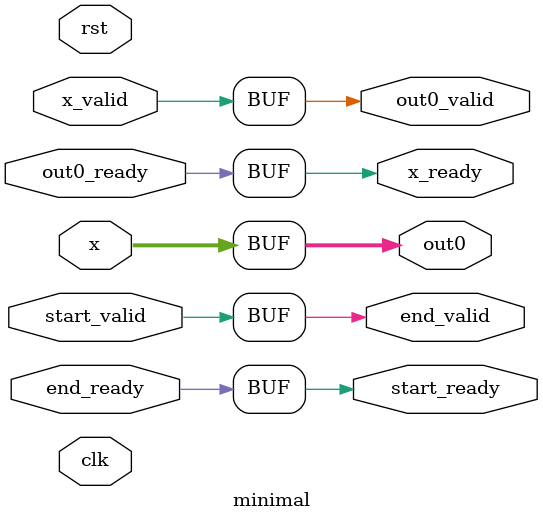
<source format=v>
module minimal(
  input [31:0] x,
  input  x_valid,
  input  start_valid,
  input  clk,
  input  rst,
  input  out0_ready,
  input  end_ready,
  output  x_ready,
  output  start_ready,
  output [31:0] out0,
  output  out0_valid,
  output  end_valid
);

  assign out0 = x;
  assign out0_valid = x_valid;
  assign x_ready = out0_ready;
  assign end_valid = start_valid;
  assign start_ready = end_ready;

endmodule

</source>
